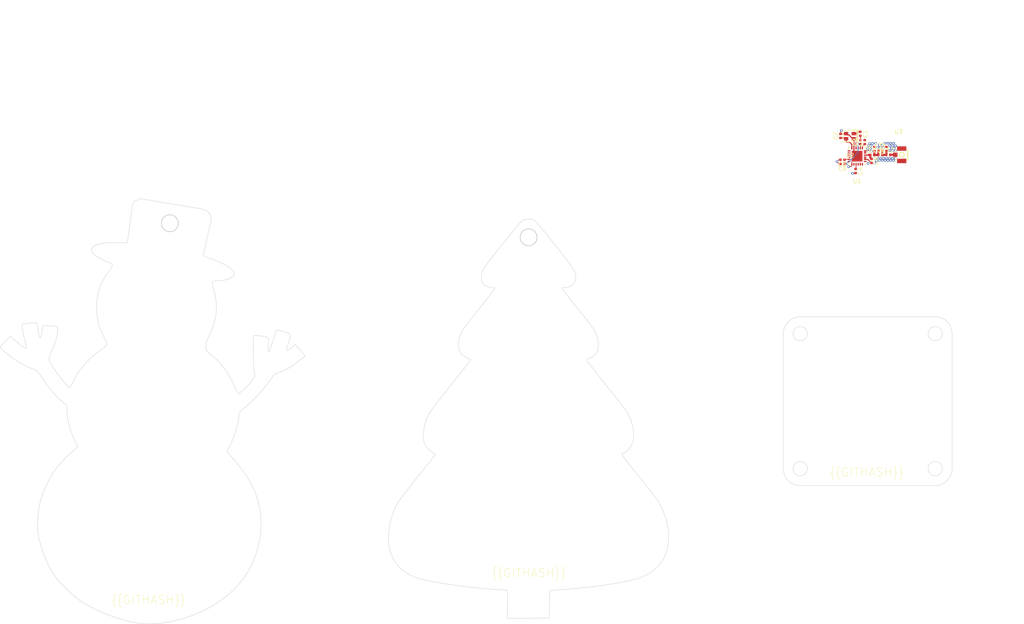
<source format=kicad_pcb>
(kicad_pcb (version 20221018) (generator pcbnew)
  (layers (0 "F.Cu" signal) (31 "B.Cu" signal) (34 "B.Paste" user) (35 "F.Paste" user) (36 "B.SilkS" user "B.Silkscreen") (37 "F.SilkS" user "F.Silkscreen") (38 "B.Mask" user) (39 "F.Mask" user) (44 "Edge.Cuts" user))
  (net 0 "")
  (net 1 "vcc")
  (net 2 "vcc-1")
  (net 3 "nreset")
  (net 4 "xta")
  (net 5 "gnd")
  (net 6 "xtb")
  (net 7 "busy")
  (net 8 "dio1")
  (net 9 "dio2")
  (net 10 "dio3")
  (net 11 "vcc-2")
  (net 12 "dcc_sw")
  (net 13 "miso")
  (net 14 "mosi")
  (net 15 "sck")
  (net 16 "cs")
  (net 17 "io")
  (net 18 "vcc-4")
  (net 19 "gnd-3")
  (net 20 "vcc-5")
  (footprint "lib:C0402" (layer "F.Cu") (at 242.52493 40.844851 -90)
    (fp_text reference "C8")
    (fp_text value "50V 1pF C0G 0402  Multilayer Ceramic Capacitors MLCC - SMD/SMT ROHS")
  )
  (footprint "lib:OSC-SMD_4P-L2.0-W1.6-BL" (layer "F.Cu") (at 237.409059 34.962278 180)
    (fp_text reference "U2")
    (fp_text value "")
  )
  (footprint "lib:C0402" (layer "F.Cu") (at 239.86474 36.358333 90)
    (fp_text reference "C3")
    (fp_text value "10V 470nF X5R ±10% 0402  Multilayer Ceramic Capacitors MLCC - SMD/SMT ROHS")
  )
  (footprint "lib:C0402" (layer "F.Cu") (at 235.163799 34.916233 90)
    (fp_text reference "C2")
    (fp_text value "50V 11pF C0G ±5% 0402  Multilayer Ceramic Capacitors MLCC - SMD/SMT ROHS")
  )
  (footprint "lib:C0402" (layer "F.Cu") (at 238.738084 43.22629 -90)
    (fp_text reference "C4")
    (fp_text value "Multilayer Ceramic Capacitors MLCC - SMD/SMT 100nF 10V 0402 RoHS")
  )
  (footprint "lib:C0402" (layer "F.Cu") (at 246.056578 37.985385 90)
    (fp_text reference "C10")
    (fp_text value "50V 1pF C0G 0402  Multilayer Ceramic Capacitors MLCC - SMD/SMT ROHS")
  )
  (footprint "lib:C0402" (layer "F.Cu") (at 244.630796 38.44757)
    (fp_text reference "C11")
    (fp_text value "50V 1pF C0G 0402  Multilayer Ceramic Capacitors MLCC - SMD/SMT ROHS")
  )
  (footprint "lib:C0402" (layer "F.Cu") (at 243.205661 38.003093 90)
    (fp_text reference "C9")
    (fp_text value "50V 1pF C0G 0402  Multilayer Ceramic Capacitors MLCC - SMD/SMT ROHS")
  )
  (footprint "lib:C0402" (layer "F.Cu") (at 235.629689 40.564252 180)
    (fp_text reference "C5")
    (fp_text value "Multilayer Ceramic Capacitors MLCC - SMD/SMT 100nF 10V 0402 RoHS")
  )
  (footprint "lib:C0402" (layer "F.Cu") (at 239.859212 34.403761 -90)
    (fp_text reference "C1")
    (fp_text value "50V 11pF C0G ±5% 0402  Multilayer Ceramic Capacitors MLCC - SMD/SMT ROHS")
  )
  (footprint "lib:L0402" (layer "F.Cu") (at 242.708984 39.428388)
    (fp_text reference "L1")
    (fp_text value "")
  )
  (footprint "lib:C0402" (layer "F.Cu") (at 235.625247 41.53826 180)
    (fp_text reference "C6")
    (fp_text value "50V 10nF X7R ±10% 0402  Multilayer Ceramic Capacitors MLCC - SMD/SMT ROHS")
  )
  (footprint "lib:IPEX-SMD_BWIPX-1-001E" (layer "F.Cu") (at 248.92 39.37)
    (fp_text reference "U3")
    (fp_text value "")
  )
  (footprint "lib:QFN-24_L4.0-W4.0-P0.50-BL-EP2.6" (layer "F.Cu") (at 239.104736 39.707226 180)
    (fp_text reference "U1")
    (fp_text value "")
  )
  (footprint "lib:C0402" (layer "F.Cu") (at 246.485344 39.402532)
    (fp_text reference "C12")
    (fp_text value "50V 100pF C0G ±5% 0402  Multilayer Ceramic Capacitors MLCC - SMD/SMT ROHS")
  )
  (footprint "lib:L0402" (layer "F.Cu") (at 244.601742 39.417751)
    (fp_text reference "L2")
    (fp_text value "")
  )
  (footprint "lib:C0402" (layer "F.Cu") (at 240.91215 36.363991 90)
    (fp_text reference "C7")
    (fp_text value "50V 10nF X7R ±10% 0402  Multilayer Ceramic Capacitors MLCC - SMD/SMT ROHS")
  )
  (gr_circle (center 225.62 81.79) (end 227.32 81.79) (stroke (width 0.1)) (fill none) (layer "Edge.Cuts"))
  (gr_circle (center 257.62 113.79) (end 259.32 113.79) (stroke (width 0.1)) (fill none) (layer "Edge.Cuts"))
  (gr_circle (center 257.62 81.79) (end 259.32 81.79) (stroke (width 0.1)) (fill none) (layer "Edge.Cuts"))
  (gr_poly (pts (xy 75.142222 50.797022) (xy 79.756606 51.568267) (xy 82.366969 51.99203) (xy 83.019066 52.095762) (xy 83.303876 52.146979) (xy 83.563537 52.198618) (xy 83.799806 52.251323) (xy 84.01444 52.305736) (xy 84.209196 52.362498) (xy 84.385831 52.422252) (xy 84.546102 52.485641) (xy 84.691766 52.553306) (xy 84.824581 52.62589) (xy 84.946303 52.704035) (xy 85.05869 52.788383) (xy 85.163499 52.879577) (xy 85.262486 52.978258) (xy 85.357409 53.08507) (xy 85.479286 53.234958) (xy 85.586233 53.378736) (xy 85.634185 53.44915) (xy 85.678498 53.519015) (xy 85.719202 53.588656) (xy 85.75633 53.658402) (xy 85.789911 53.728576) (xy 85.819976 53.799506) (xy 85.846558 53.871517) (xy 85.869686 53.944936) (xy 85.889392 54.020089) (xy 85.905707 54.097301) (xy 85.918662 54.176899) (xy 85.928287 54.259209) (xy 85.934615 54.344557) (xy 85.937675 54.433269) (xy 85.937499 54.525672) (xy 85.934119 54.62209) (xy 85.927564 54.722851) (xy 85.917866 54.82828) (xy 85.889166 55.054449) (xy 85.848266 55.303204) (xy 85.795414 55.577155) (xy 85.730859 55.878909) (xy 85.654849 56.211077) (xy 84.878546 59.55341) (xy 84.657875 60.550977) (xy 84.450892 61.532488) (xy 84.331406 62.116419) (xy 84.229648 62.629765) (xy 84.15639 63.017063) (xy 84.122409 63.222849) (xy 84.123062 63.236814) (xy 84.127967 63.251873) (xy 84.137065 63.268001) (xy 84.150302 63.285171) (xy 84.167619 63.303357) (xy 84.188962 63.322534) (xy 84.214273 63.342674) (xy 84.243497 63.363751) (xy 84.313454 63.408613) (xy 84.398381 63.456909) (xy 84.497828 63.50843) (xy 84.611342 63.562966) (xy 84.738473 63.620306) (xy 84.878767 63.680241) (xy 85.031775 63.742561) (xy 85.197043 63.807056) (xy 85.374121 63.873515) (xy 85.562558 63.94173) (xy 85.7619 64.011489) (xy 85.971698 64.082583) (xy 86.585981 64.296029) (xy 87.172975 64.516947) (xy 87.730729 64.744054) (xy 88.257293 64.976069) (xy 88.75072 65.211708) (xy 89.209058 65.449689) (xy 89.63036 65.68873) (xy 90.012676 65.927548) (xy 90.354056 66.16486) (xy 90.652552 66.399385) (xy 90.906214 66.629839) (xy 91.113092 66.85494) (xy 91.271238 67.073405) (xy 91.378702 67.283953) (xy 91.412819 67.385857) (xy 91.433535 67.485301) (xy 91.440605 67.582123) (xy 91.433787 67.676165) (xy 91.41712 67.753004) (xy 91.390362 67.829368) (xy 91.35383 67.905131) (xy 91.307839 67.980165) (xy 91.252707 68.054343) (xy 91.188749 68.12754) (xy 91.116281 68.199626) (xy 91.03562 68.270477) (xy 90.947082 68.339964) (xy 90.850984 68.407961) (xy 90.747641 68.47434) (xy 90.637371 68.538975) (xy 90.520488 68.601739) (xy 90.39731 68.662505) (xy 90.268153 68.721145) (xy 90.133332 68.777534) (xy 89.993165 68.831543) (xy 89.847967 68.883047) (xy 89.543745 68.978027) (xy 89.223197 69.06146) (xy 88.888852 69.132329) (xy 88.54324 69.189618) (xy 88.188892 69.232313) (xy 88.009232 69.24787) (xy 87.828337 69.259397) (xy 87.646523 69.266767) (xy 87.464106 69.269854) (xy 87.202959 69.272042) (xy 86.97453 69.277492) (xy 86.777472 69.288473) (xy 86.690288 69.296746) (xy 86.610443 69.307253) (xy 86.537768 69.320276) (xy 86.472096 69.3361) (xy 86.413258 69.355009) (xy 86.361087 69.377285) (xy 86.315414 69.403211) (xy 86.276071 69.433073) (xy 86.24289 69.467154) (xy 86.215703 69.505736) (xy 86.194342 69.549103) (xy 86.178638 69.59754) (xy 86.168424 69.65133) (xy 86.163532 69.710755) (xy 86.163793 69.776101) (xy 86.169039 69.847649) (xy 86.179102 69.925685) (xy 86.193814 70.010491) (xy 86.236514 70.20155) (xy 86.295792 70.423093) (xy 86.370304 70.677389) (xy 86.458705 70.966708) (xy 86.582128 71.384478) (xy 86.694998 71.803093) (xy 86.797211 72.221567) (xy 86.888665 72.638919) (xy 86.969257 73.054166) (xy 87.038885 73.466323) (xy 87.097447 73.874409) (xy 87.144838 74.277439) (xy 87.180958 74.674432) (xy 87.205702 75.064404) (xy 87.21897 75.446371) (xy 87.220657 75.819352) (xy 87.210662 76.182361) (xy 87.188881 76.534418) (xy 87.155212 76.874538) (xy 87.109553 77.201739) (xy 86.986123 77.871628) (xy 86.830027 78.558912) (xy 86.643845 79.255662) (xy 86.430157 79.953949) (xy 86.19154 80.645848) (xy 85.930575 81.323429) (xy 85.649841 81.978766) (xy 85.351916 82.60393) (xy 85.189192 82.938586) (xy 85.118752 83.093315) (xy 85.055229 83.240939) (xy 84.998352 83.382431) (xy 84.947849 83.518761) (xy 84.903447 83.650903) (xy 84.864875 83.779828) (xy 84.831859 83.906506) (xy 84.804129 84.031911) (xy 84.781412 84.157013) (xy 84.763435 84.282785) (xy 84.749927 84.410197) (xy 84.740615 84.540223) (xy 84.735228 84.673833) (xy 84.733493 84.811999) (xy 84.736223 85.129082) (xy 84.741369 85.261496) (xy 84.750575 85.379459) (xy 84.764997 85.485194) (xy 84.774524 85.534172) (xy 84.785789 85.580928) (xy 84.798934 85.625739) (xy 84.814106 85.668884) (xy 84.831447 85.710641) (xy 84.851104 85.751288) (xy 84.873219 85.791103) (xy 84.897937 85.830364) (xy 84.925403 85.869349) (xy 84.955761 85.908337) (xy 84.989155 85.947605) (xy 85.02573 85.987432) (xy 85.109 86.069873) (xy 85.206725 86.157886) (xy 85.320061 86.253696) (xy 85.598185 86.477602) (xy 86.096863 86.886277) (xy 86.577755 87.306529) (xy 87.04138 87.739064) (xy 87.488258 88.184586) (xy 87.918909 88.6438) (xy 88.333852 89.117412) (xy 88.733607 89.606125) (xy 89.118694 90.110646) (xy 89.489632 90.631678) (xy 89.846941 91.169927) (xy 90.19114 91.726098) (xy 90.52275 92.300895) (xy 90.84229 92.895024) (xy 91.150279 93.509189) (xy 91.447237 94.144095) (xy 91.733683 94.800448) (xy 91.84059 95.047283) (xy 91.945802 95.277558) (xy 92.046625 95.486234) (xy 92.140364 95.668271) (xy 92.224324 95.818627) (xy 92.295813 95.932265) (xy 92.326039 95.973739) (xy 92.352136 96.004143) (xy 92.373767 96.022848) (xy 92.382804 96.027616) (xy 92.390597 96.029223) (xy 92.399173 96.028006) (xy 92.410522 96.024397) (xy 92.441219 96.010237) (xy 92.482045 95.987221) (xy 92.53236 95.955824) (xy 92.591521 95.916524) (xy 92.658887 95.869798) (xy 92.815666 95.755976) (xy 92.997564 95.618173) (xy 93.199447 95.460204) (xy 93.416182 95.285885) (xy 93.642634 95.099032) (xy 93.891007 94.882848) (xy 94.141366 94.648628) (xy 94.390948 94.400061) (xy 94.636991 94.140836) (xy 94.87673 93.874641) (xy 95.107403 93.605164) (xy 95.326247 93.336095) (xy 95.530498 93.071122) (xy 95.717394 92.813933) (xy 95.884171 92.568218) (xy 96.028066 92.337665) (xy 96.146316 92.125962) (xy 96.236159 91.936798) (xy 96.294829 91.773863) (xy 96.311612 91.703383) (xy 96.319566 91.640844) (xy 96.318345 91.586706) (xy 96.307605 91.54143) (xy 96.264441 91.378418) (xy 96.221593 91.121805) (xy 96.138989 90.373142) (xy 96.064068 89.386161) (xy 96.001109 88.251583) (xy 95.954389 87.060129) (xy 95.928186 85.902519) (xy 95.926777 84.869474) (xy 95.95444 84.051714) (xy 96.07471 82.177477) (xy 97.36716 82.304781) (xy 98.13507 82.379263) (xy 98.441266 82.413109) (xy 98.700599 82.449744) (xy 98.916803 82.492956) (xy 99.009898 82.518212) (xy 99.09361 82.546534) (xy 99.168406 82.578395) (xy 99.234753 82.614268) (xy 99.293117 82.654627) (xy 99.343964 82.699946) (xy 99.387763 82.750698) (xy 99.424978 82.807357) (xy 99.456076 82.870396) (xy 99.481525 82.94029) (xy 99.501791 83.017511) (xy 99.51734 83.102533) (xy 99.536155 83.297877) (xy 99.541702 83.530109) (xy 99.537716 83.803018) (xy 99.51607 84.486025) (xy 99.501811 85.019341) (xy 99.495778 85.429631) (xy 99.49953 85.727933) (xy 99.505563 85.838537) (xy 99.514626 85.925284) (xy 99.526915 85.989553) (xy 99.542625 86.032723) (xy 99.551823 86.046828) (xy 99.56195 86.056175) (xy 99.573029 86.060938) (xy 99.585085 86.061289) (xy 99.612224 86.049443) (xy 99.643564 86.022019) (xy 99.679299 85.980395) (xy 99.719623 85.925951) (xy 99.770963 85.835961) (xy 99.83738 85.6921) (xy 100.00736 85.267042) (xy 100.213404 84.699332) (xy 100.439353 84.037526) (xy 100.669049 83.330178) (xy 100.886332 82.625845) (xy 101.075044 81.973082) (xy 101.219027 81.420443) (xy 101.232451 81.367288) (xy 101.246658 81.317349) (xy 101.261814 81.270604) (xy 101.278084 81.227032) (xy 101.295634 81.186611) (xy 101.314631 81.149321) (xy 101.33524 81.115138) (xy 101.357628 81.084043) (xy 101.381959 81.056013) (xy 101.4084 81.031027) (xy 101.437117 81.009064) (xy 101.468275 80.990102) (xy 101.502041 80.974119) (xy 101.538581 80.961095) (xy 101.578059 80.951007) (xy 101.620643 80.943835) (xy 101.666497 80.939556) (xy 101.715788 80.938149) (xy 101.768682 80.939594) (xy 101.825345 80.943867) (xy 101.885942 80.950949) (xy 101.950639 80.960817) (xy 102.019603 80.97345) (xy 102.092998 80.988826) (xy 102.170992 81.006924) (xy 102.253749 81.027723) (xy 102.434219 81.077337) (xy 102.635734 81.137495) (xy 102.859622 81.208025) (xy 103.581471 81.438726) (xy 103.868146 81.535185) (xy 104.108644 81.625316) (xy 104.212356 81.669476) (xy 104.305459 81.713816) (xy 104.388264 81.758923) (xy 104.461082 81.805384) (xy 104.524226 81.853787) (xy 104.578006 81.904719) (xy 104.622735 81.958768) (xy 104.658725 82.01652) (xy 104.686285 82.078563) (xy 104.705729 82.145484) (xy 104.717368 82.217871) (xy 104.721513 82.296311) (xy 104.718476 82.381392) (xy 104.708568 82.4737) (xy 104.692102 82.573823) (xy 104.669388 82.682348) (xy 104.606464 82.926954) (xy 104.522289 83.212218) (xy 104.300158 83.92351) (xy 104.076968 84.658354) (xy 103.993442 84.95378) (xy 103.929762 85.203046) (xy 103.886777 85.407528) (xy 103.865337 85.568604) (xy 103.862962 85.633296) (xy 103.866292 85.687652) (xy 103.875434 85.731846) (xy 103.890492 85.766049) (xy 103.911574 85.790433) (xy 103.938786 85.805172) (xy 103.972234 85.810436) (xy 104.012025 85.806398) (xy 104.058263 85.79323) (xy 104.111056 85.771105) (xy 104.236732 85.700671) (xy 104.3899 85.596472) (xy 104.571411 85.459887) (xy 105.02286 85.095065) (xy 105.918216 84.355181) (xy 106.388476 84.86751) (xy 106.496975 84.987739) (xy 106.625318 85.133369) (xy 106.92254 85.478508) (xy 107.242155 85.858286) (xy 107.546176 86.22806) (xy 108.2336 87.076296) (xy 106.72333 88.254687) (xy 106.031007 88.783192) (xy 105.392025 89.245391) (xy 105.089314 89.453516) (xy 104.796071 89.647331) (xy 104.511007 89.827593) (xy 104.232833 89.995056) (xy 103.960259 90.150478) (xy 103.691998 90.294613) (xy 103.426759 90.428217) (xy 103.163254 90.552046) (xy 102.900193 90.666855) (xy 102.636288 90.773401) (xy 102.370249 90.872439) (xy 102.100787 90.964724) (xy 101.955978 91.013649) (xy 101.818902 91.062832) (xy 101.689432 91.112348) (xy 101.567439 91.162273) (xy 101.452795 91.212683) (xy 101.345371 91.263651) (xy 101.245039 91.315254) (xy 101.151671 91.367567) (xy 101.065138 91.420665) (xy 100.985313 91.474624) (xy 100.912065 91.529517) (xy 100.845269 91.585421) (xy 100.784794 91.642412) (xy 100.730512 91.700563) (xy 100.682296 91.759951) (xy 100.640017 91.82065) (xy 100.313962 92.312951) (xy 99.958065 92.82026) (xy 99.575318 93.339289) (xy 99.168711 93.866747) (xy 98.741234 94.399346) (xy 98.295878 94.933795) (xy 97.835635 95.466804) (xy 97.363494 95.995083) (xy 96.882446 96.515343) (xy 96.395482 97.024295) (xy 95.905593 97.518647) (xy 95.415769 97.995111) (xy 94.929002 98.450396) (xy 94.44828 98.881213) (xy 93.976596 99.284272) (xy 93.51694 99.656283) (xy 93.364132 99.777198) (xy 93.228349 99.887118) (xy 93.108601 99.987555) (xy 93.003899 100.080022) (xy 92.913256 100.166032) (xy 92.835682 100.247098) (xy 92.770188 100.324733) (xy 92.741662 100.362737) (xy 92.715786 100.40045) (xy 92.692435 100.438062) (xy 92.671487 100.475762) (xy 92.652817 100.513738) (xy 92.636302 100.552181) (xy 92.621819 100.591279) (xy 92.609244 100.631221) (xy 92.589322 100.714395) (xy 92.575548 100.803215) (xy 92.566934 100.899195) (xy 92.56249 101.003847) (xy 92.561229 101.118685) (xy 92.548214 101.459191) (xy 92.510172 101.840399) (xy 92.448603 102.257479) (xy 92.365007 102.705605) (xy 92.260885 103.179948) (xy 92.137739 103.675679) (xy 91.997068 104.187971) (xy 91.840373 104.711996) (xy 91.669155 105.242926) (xy 91.484915 105.775933) (xy 91.289154 106.306188) (xy 91.083372 106.828864) (xy 90.86907 107.339132) (xy 90.647749 107.832164) (xy 90.420909 108.303133) (xy 90.190051 108.74721) (xy 89.658061 109.729433) (xy 90.799319 111.025652) (xy 91.552256 111.894452) (xy 92.247519 112.726345) (xy 92.887901 113.52649) (xy 93.476195 114.300047) (xy 94.015193 115.052178) (xy 94.507688 115.788042) (xy 94.956473 116.5128) (xy 95.364341 117.231612) (xy 95.734083 117.949638) (xy 96.068493 118.672038) (xy 96.370364 119.403974) (xy 96.642488 120.150605) (xy 96.887657 120.917091) (xy 97.108665 121.708593) (xy 97.308304 122.530271) (xy 97.489367 123.387286) (xy 97.659586 124.435519) (xy 97.764545 125.512723) (xy 97.805707 126.613102) (xy 97.784533 127.73086) (xy 97.702485 128.860202) (xy 97.561026 129.995332) (xy 97.361618 131.130454) (xy 97.105722 132.259774) (xy 96.794801 133.377494) (xy 96.430316 134.47782) (xy 96.01373 135.554956) (xy 95.546505 136.603107) (xy 95.030102 137.616476) (xy 94.465984 138.589268) (xy 93.855613 139.515689) (xy 93.20045 140.389941) (xy 92.386005 141.350273) (xy 91.510226 142.273552) (xy 90.576227 143.158109) (xy 89.587122 144.002278) (xy 88.546024 144.80439) (xy 87.456048 145.562779) (xy 86.320308 146.275777) (xy 85.141916 146.941716) (xy 83.923988 147.558929) (xy 82.669636 148.125749) (xy 81.381976 148.640508) (xy 80.06412 149.101539) (xy 78.719182 149.507174) (xy 77.350277 149.855747) (xy 75.960518 150.145589) (xy 74.553019 150.375033) (xy 73.862872 150.459306) (xy 73.131633 150.525975) (xy 72.383923 150.574372) (xy 71.644361 150.603827) (xy 70.93757 150.613671) (xy 70.288169 150.603235) (xy 69.720779 150.57185) (xy 69.475532 150.548093) (xy 69.26002 150.518847) (xy 69.260051 150.518832) (xy 67.831835 150.262486) (xy 66.416949 149.953785) (xy 65.016193 149.592984) (xy 63.630368 149.180338) (xy 62.260274 148.716103) (xy 60.90671 148.200532) (xy 59.570477 147.633881) (xy 58.252375 147.016405) (xy 57.283074 146.528505) (xy 56.847829 146.298277) (xy 56.438641 146.072324) (xy 56.050351 145.846994) (xy 55.6778 145.618633) (xy 55.315827 145.383588) (xy 54.959273 145.138205) (xy 54.602979 144.87883) (xy 54.241783 144.601811) (xy 53.870528 144.303492) (xy 53.484054 143.980222) (xy 52.644807 143.244211) (xy 51.682765 142.36455) (xy 51.097036 141.804159) (xy 50.54538 141.238954) (xy 50.025658 140.665073) (xy 49.535731 140.078649) (xy 49.07346 139.475819) (xy 48.636705 138.852719) (xy 48.223328 138.205483) (xy 47.831189 137.530249) (xy 47.458149 136.823151) (xy 47.10207 136.080325) (xy 46.760812 135.297907) (xy 46.432236 134.472032) (xy 46.114202 133.598836) (xy 45.804573 132.674455) (xy 45.501208 131.695024) (xy 45.201968 130.656679) (xy 45.078569 130.147371) (xy 44.978794 129.594224) (xy 44.90231 129.00242) (xy 44.848785 128.377144) (xy 44.817886 127.723579) (xy 44.809281 127.046907) (xy 44.822637 126.352311) (xy 44.857621 125.644974) (xy 44.913901 124.93008) (xy 44.991145 124.212811) (xy 45.089019 123.498351) (xy 45.207191 122.791883) (xy 45.345328 122.098589) (xy 45.503099 121.423652) (xy 45.68017 120.772256) (xy 45.876208 120.149584) (xy 46.005143 119.787909) (xy 46.154924 119.401263) (xy 46.508073 118.570286) (xy 46.917749 117.69111) (xy 47.366047 116.79819) (xy 47.83506 115.92598) (xy 48.306883 115.108937) (xy 48.76361 114.381515) (xy 48.980717 114.062179) (xy 49.187335 113.77817) (xy 49.387433 113.519297) (xy 49.599256 113.255538) (xy 50.056372 112.715109) (xy 50.555279 112.160374) (xy 51.092575 111.594824) (xy 51.664855 111.021952) (xy 52.268718 110.445248) (xy 52.900758 109.868205) (xy 53.557574 109.294314) (xy 54.329783 108.634142) (xy 53.616031 107.110232) (xy 53.390001 106.6154) (xy 53.179365 106.128819) (xy 52.984012 105.650049) (xy 52.803829 105.178652) (xy 52.638704 104.71419) (xy 52.488525 104.256224) (xy 52.353181 103.804315) (xy 52.232559 103.358025) (xy 52.126547 102.916915) (xy 52.035034 102.480548) (xy 51.957906 102.048484) (xy 51.895053 101.620284) (xy 51.846363 101.195511) (xy 51.811722 100.773726) (xy 51.79102 100.35449) (xy 51.784144 99.937365) (xy 51.780657 99.620612) (xy 51.776007 99.482669) (xy 51.769161 99.357285) (xy 51.759927 99.243666) (xy 51.748111 99.141014) (xy 51.733519 99.048534) (xy 51.715958 98.96543) (xy 51.695233 98.890904) (xy 51.671153 98.824161) (xy 51.643523 98.764406) (xy 51.612149 98.71084) (xy 51.576839 98.662669) (xy 51.537399 98.619096) (xy 51.493635 98.579325) (xy 51.445353 98.542559) (xy 51.149902 98.324092) (xy 50.839064 98.073347) (xy 50.514896 97.792628) (xy 50.179453 97.484238) (xy 49.834791 97.150482) (xy 49.482966 96.793665) (xy 49.126033 96.41609) (xy 48.766047 96.020062) (xy 48.405065 95.607885) (xy 48.045142 95.181864) (xy 47.688333 94.744302) (xy 47.336694 94.297504) (xy 46.992281 93.843774) (xy 46.657149 93.385417) (xy 46.333354 92.924737) (xy 46.022952 92.464037) (xy 45.611719 91.844971) (xy 45.279782 91.362091) (xy 45.137757 91.165551) (xy 45.008606 90.995655) (xy 44.89001 90.849933) (xy 44.779654 90.725918) (xy 44.675221 90.621143) (xy 44.574392 90.533138) (xy 44.474852 90.459437) (xy 44.374284 90.397571) (xy 44.27037 90.345073) (xy 44.160793 90.299474) (xy 44.043237 90.258307) (xy 43.915385 90.219103) (xy 43.593888 90.117525) (xy 43.255864 89.996009) (xy 42.903268 89.855657) (xy 42.538058 89.697573) (xy 42.162189 89.522858) (xy 41.777618 89.332616) (xy 41.386301 89.127951) (xy 40.990194 88.909964) (xy 40.591254 88.679759) (xy 40.191438 88.438438) (xy 39.792701 88.187105) (xy 39.396999 87.926862) (xy 39.00629 87.658812) (xy 38.622529 87.384058) (xy 38.247673 87.103703) (xy 37.883677 86.81885) (xy 37.49456 86.502783) (xy 37.131548 86.199554) (xy 36.802586 85.916398) (xy 36.515619 85.660548) (xy 36.278593 85.439239) (xy 36.099452 85.259705) (xy 36.034071 85.187865) (xy 35.986141 85.129182) (xy 35.956654 85.08456) (xy 35.946605 85.054903) (xy 35.948192 85.042433) (xy 35.952903 85.026953) (xy 35.971384 84.987332) (xy 36.001425 84.936776) (xy 36.042403 84.876021) (xy 36.093695 84.805804) (xy 36.154681 84.726859) (xy 36.224736 84.639924) (xy 36.303239 84.545735) (xy 36.389567 84.445026) (xy 36.483097 84.338536) (xy 36.689276 84.11115) (xy 36.916796 83.869466) (xy 37.037003 83.745102) (xy 37.160678 83.619372) (xy 38.374759 82.395922) (xy 39.365809 83.301684) (xy 39.814301 83.698656) (xy 40.266196 84.075272) (xy 40.704205 84.419302) (xy 41.111041 84.718514) (xy 41.469414 84.960676) (xy 41.625024 85.056541) (xy 41.762035 85.133557) (xy 41.878286 85.190195) (xy 41.971615 85.224926) (xy 42.039863 85.236222) (xy 42.063905 85.232603) (xy 42.080867 85.222552) (xy 42.085566 85.215268) (xy 42.089233 85.203934) (xy 42.093537 85.169549) (xy 42.093921 85.120268) (xy 42.090523 85.056964) (xy 42.083485 84.98051) (xy 42.072948 84.891778) (xy 42.059051 84.79164) (xy 42.041937 84.68097) (xy 41.998614 84.43152) (xy 41.944105 84.150408) (xy 41.879534 83.844615) (xy 41.806025 83.52112) (xy 41.578977 82.541169) (xy 41.399614 81.732306) (xy 41.265507 81.079136) (xy 41.174225 80.56626) (xy 41.123338 80.17828) (xy 41.112283 80.026315) (xy 41.110416 79.899799) (xy 41.117432 79.796809) (xy 41.133029 79.71542) (xy 41.156901 79.653706) (xy 41.188746 79.609743) (xy 41.213078 79.592846) (xy 41.252556 79.575085) (xy 41.372962 79.537437) (xy 41.541984 79.497733) (xy 41.751641 79.456905) (xy 42.26094 79.37561) (xy 42.837013 79.301016) (xy 43.416018 79.240586) (xy 43.934111 79.201782) (xy 44.150364 79.192822) (xy 44.327447 79.192067) (xy 44.45738 79.20045) (xy 44.532183 79.218905) (xy 44.538527 79.223215) (xy 44.545097 79.229471) (xy 44.551878 79.23762) (xy 44.558855 79.247608) (xy 44.573336 79.272888) (xy 44.588416 79.304879) (xy 44.603974 79.343154) (xy 44.619887 79.387282) (xy 44.636031 79.436835) (xy 44.652284 79.491383) (xy 44.668525 79.550496) (xy 44.684629 79.613746) (xy 44.700475 79.680703) (xy 44.715939 79.750937) (xy 44.7309 79.82402) (xy 44.745234 79.899521) (xy 44.75882 79.977012) (xy 44.771533 80.056063) (xy 44.946351 81.130774) (xy 45.025944 81.564983) (xy 45.101061 81.931234) (xy 45.172253 82.230134) (xy 45.24007 82.462288) (xy 45.305063 82.628302) (xy 45.336673 82.686696) (xy 45.367783 82.728781) (xy 45.398463 82.754634) (xy 45.428781 82.764331) (xy 45.458807 82.757947) (xy 45.488608 82.735557) (xy 45.518254 82.697238) (xy 45.547814 82.643066) (xy 45.606951 82.487462) (xy 45.666568 82.269351) (xy 45.727218 81.98934) (xy 45.78945 81.648032) (xy 45.853816 81.246035) (xy 46.055377 79.918581) (xy 47.417926 79.96628) (xy 48.109143 79.993687) (xy 48.392021 80.009194) (xy 48.636741 80.027435) (xy 48.846051 80.049559) (xy 49.022696 80.076715) (xy 49.169424 80.110051) (xy 49.288982 80.150717) (xy 49.339431 80.174158) (xy 49.384117 80.199861) (xy 49.423385 80.227972) (xy 49.457577 80.258632) (xy 49.487036 80.291987) (xy 49.512107 80.32818) (xy 49.533132 80.367353) (xy 49.550455 80.409652) (xy 49.575367 80.504197) (xy 49.589592 80.612965) (xy 49.595876 80.737105) (xy 49.596965 80.877764) (xy 49.590289 81.099803) (xy 49.571905 81.336737) (xy 49.542029 81.587807) (xy 49.500879 81.852253) (xy 49.448672 82.129318) (xy 49.385623 82.418243) (xy 49.311951 82.718269) (xy 49.227873 83.028637) (xy 49.133604 83.34859) (xy 49.029362 83.677367) (xy 48.915364 84.014212) (xy 48.791827 84.358364) (xy 48.658967 84.709065) (xy 48.517002 85.065558) (xy 48.366148 85.427082) (xy 48.206622 85.792879) (xy 47.949769 86.374791) (xy 47.755997 86.832451) (xy 47.68104 87.021721) (xy 47.619784 87.188367) (xy 47.571537 87.335205) (xy 47.535609 87.465048) (xy 47.511311 87.580709) (xy 47.497952 87.685002) (xy 47.494842 87.78074) (xy 47.501291 87.870737) (xy 47.516609 87.957807) (xy 47.540106 88.044763) (xy 47.571091 88.134418) (xy 47.608874 88.229586) (xy 47.761079 88.551834) (xy 47.975096 88.939463) (xy 48.241913 89.380584) (xy 48.55252 89.863307) (xy 49.269066 90.905997) (xy 50.052651 91.972411) (xy 50.831193 92.967426) (xy 51.196047 93.408433) (xy 51.532609 93.795921) (xy 51.831869 94.117998) (xy 52.084818 94.362774) (xy 52.282443 94.518359) (xy 52.357694 94.558989) (xy 52.415736 94.572863) (xy 52.426811 94.571375) (xy 52.439084 94.56696) (xy 52.452509 94.559691) (xy 52.467041 94.549641) (xy 52.482633 94.536883) (xy 52.499239 94.521489) (xy 52.516813 94.503532) (xy 52.535309 94.483086) (xy 52.574881 94.435018) (xy 52.617586 94.377866) (xy 52.663055 94.312214) (xy 52.710918 94.238646) (xy 52.760808 94.157745) (xy 52.812354 94.070093) (xy 52.865187 93.976276) (xy 52.918939 93.876875) (xy 52.97324 93.772474) (xy 53.02772 93.663657) (xy 53.082012 93.551007) (xy 53.135745 93.435107) (xy 53.405424 92.869327) (xy 53.69623 92.311615) (xy 54.007442 91.76282) (xy 54.338342 91.223792) (xy 54.688208 90.695381) (xy 55.05632 90.178436) (xy 55.441958 89.673808) (xy 55.844402 89.182347) (xy 56.262932 88.704901) (xy 56.696828 88.242322) (xy 57.145369 87.795459) (xy 57.607836 87.365163) (xy 58.083508 86.952281) (xy 58.571665 86.557666) (xy 59.071586 86.182166) (xy 59.582553 85.826632) (xy 59.914962 85.598282) (xy 60.214172 85.3804) (xy 60.477869 85.17504) (xy 60.595674 85.077698) (xy 60.703732 84.984257) (xy 60.801753 84.894974) (xy 60.889447 84.810106) (xy 60.966524 84.72991) (xy 61.032694 84.654642) (xy 61.087669 84.584559) (xy 61.131158 84.519919) (xy 61.162872 84.460977) (xy 61.182521 84.407992) (xy 61.189444 84.378526) (xy 61.194656 84.347449) (xy 61.198136 84.314702) (xy 61.199864 84.280227) (xy 61.197977 84.205863) (xy 61.188829 84.123892) (xy 61.172254 84.033852) (xy 61.148084 83.935279) (xy 61.116154 83.82771) (xy 61.076297 83.71068) (xy 61.028345 83.583727) (xy 60.972134 83.446388) (xy 60.907495 83.298197) (xy 60.834263 83.138693) (xy 60.75227 82.967412) (xy 60.661351 82.783889) (xy 60.561339 82.587662) (xy 60.452067 82.378268) (xy 60.237971 81.961359) (xy 60.041673 81.555601) (xy 59.862568 81.158484) (xy 59.700049 80.767498) (xy 59.553508 80.380135) (xy 59.422339 79.993885) (xy 59.305935 79.60624) (xy 59.203689 79.21469) (xy 59.114995 78.816725) (xy 59.039245 78.409838) (xy 58.975833 77.991518) (xy 58.924151 77.559256) (xy 58.883594 77.110544) (xy 58.853553 76.642872) (xy 58.833423 76.153731) (xy 58.822596 75.640612) (xy 58.82378 75.019765) (xy 58.843433 74.425285) (xy 58.882591 73.854032) (xy 58.942291 73.302869) (xy 59.023569 72.768658) (xy 59.127459 72.248262) (xy 59.255 71.738542) (xy 59.407225 71.236361) (xy 59.585172 70.73858) (xy 59.789877 70.242062) (xy 60.022374 69.743669) (xy 60.283701 69.240263) (xy 60.574893 68.728705) (xy 60.896986 68.205859) (xy 61.251015 67.668586) (xy 61.638018 67.113749) (xy 61.84244 66.825076) (xy 62.020375 66.566593) (xy 62.17201 66.336298) (xy 62.29753 66.132187) (xy 62.397121 65.95226) (xy 62.470968 65.794512) (xy 62.498296 65.72333) (xy 62.519258 65.656942) (xy 62.533877 65.595098) (xy 62.542176 65.537547) (xy 62.544179 65.484039) (xy 62.539908 65.434323) (xy 62.529387 65.388151) (xy 62.512639 65.34527) (xy 62.489688 65.305431) (xy 62.460556 65.268384) (xy 62.425267 65.233878) (xy 62.383844 65.201662) (xy 62.33631 65.171487) (xy 62.282689 65.143103) (xy 62.157276 65.090703) (xy 62.007792 65.042459) (xy 61.834422 64.996371) (xy 61.657986 64.943069) (xy 61.445562 64.862593) (xy 61.203024 64.758325) (xy 60.93625 64.633653) (xy 60.353499 64.336631) (xy 59.744319 63.998608) (xy 59.155721 63.646664) (xy 58.634716 63.307879) (xy 58.414252 63.151884) (xy 58.228316 63.009334) (xy 58.082783 62.883614) (xy 57.983531 62.778109) (xy 57.869943 62.622242) (xy 57.777351 62.470362) (xy 57.705558 62.322559) (xy 57.654369 62.178917) (xy 57.623588 62.039526) (xy 57.613018 61.904471) (xy 57.622463 61.773839) (xy 57.651728 61.647718) (xy 57.700616 61.526195) (xy 57.768931 61.409356) (xy 57.856477 61.297289) (xy 57.963058 61.190081) (xy 58.088479 61.087819) (xy 58.232542 60.99059) (xy 58.395052 60.89848) (xy 58.575812 60.811578) (xy 58.774627 60.72997) (xy 58.991301 60.653743) (xy 59.225638 60.582984) (xy 59.477441 60.51778) (xy 59.746514 60.458218) (xy 60.032661 60.404385) (xy 60.335687 60.356369) (xy 60.655395 60.314256) (xy 60.991589 60.278134) (xy 61.344073 60.248089) (xy 61.712651 60.224208) (xy 62.097127 60.20658) (xy 62.497305 60.195289) (xy 62.912988 60.190424) (xy 63.343981 60.192072) (xy 63.790088 60.20032) (xy 66.056857 60.258219) (xy 66.273486 58.80189) (xy 66.542465 56.891029) (xy 66.884944 54.341891) (xy 67.190183 52.053843) (xy 67.248082 51.679802) (xy 67.303557 51.37005) (xy 67.359078 51.117137) (xy 67.417116 50.913616) (xy 67.48014 50.752035) (xy 67.55062 50.624945) (xy 67.631027 50.524898) (xy 67.72383 50.444442) (xy 67.831501 50.37613) (xy 67.956508 50.312512) (xy 68.268412 50.169558) (xy 69.100734 49.778315)) (stroke (width 0.1)) (fill none) (layer "Edge.Cuts"))
  (gr_arc (start 261.62 113.79) (mid 260.448427 116.618427) (end 257.62 117.79) (stroke (width 0.1)) (layer "Edge.Cuts"))
  (gr_arc (start 225.62 117.79) (mid 222.791573 116.618427) (end 221.62 113.79) (stroke (width 0.1)) (layer "Edge.Cuts"))
  (gr_line (start 261.62 113.79) (end 261.62 81.79) (stroke (width 0.1)) (layer "Edge.Cuts"))
  (gr_circle (center 161.229974 58.946031) (end 163.229974 58.946031) (stroke (width 0.2)) (fill none) (layer "Edge.Cuts"))
  (gr_line (start 221.62 81.79) (end 221.62 113.79) (stroke (width 0.1)) (layer "Edge.Cuts"))
  (gr_arc (start 257.62 77.79) (mid 260.448427 78.961573) (end 261.62 81.79) (stroke (width 0.1)) (layer "Edge.Cuts"))
  (gr_poly (pts (xy 161.429183 54.643361) (xy 161.588699 54.648976) (xy 161.743405 54.660128) (xy 161.8913 54.67685) (xy 162.030385 54.699174) (xy 162.158659 54.727132) (xy 162.274122 54.760758) (xy 162.374774 54.800082) (xy 162.418214 54.822065) (xy 162.465501 54.850416) (xy 162.517128 54.885713) (xy 162.573587 54.928531) (xy 162.702967 55.039035) (xy 162.857578 55.186538) (xy 163.041357 55.37565) (xy 163.258241 55.610981) (xy 163.512165 55.897139) (xy 163.807067 56.238735) (xy 164.146884 56.640378) (xy 164.53555 57.106678) (xy 164.977005 57.642244) (xy 165.475183 58.251687) (xy 166.657456 59.710639) (xy 168.113864 61.520411) (xy 169.490282 63.25197) (xy 170.562092 64.650979) (xy 170.993296 65.243203) (xy 171.359779 65.7732) (xy 171.665351 66.247941) (xy 171.913823 66.674396) (xy 172.109006 67.059535) (xy 172.254708 67.41033) (xy 172.354741 67.733749) (xy 172.412915 68.036764) (xy 172.433041 68.326344) (xy 172.418927 68.609461) (xy 172.374385 68.893084) (xy 172.303226 69.184183) (xy 172.274597 69.278158) (xy 172.242 69.369887) (xy 172.205507 69.459324) (xy 172.165188 69.546423) (xy 172.121114 69.631137) (xy 172.073357 69.713419) (xy 172.021987 69.793223) (xy 171.967076 69.870502) (xy 171.908694 69.945208) (xy 171.846914 70.017296) (xy 171.781806 70.08672) (xy 171.71344 70.153431) (xy 171.641889 70.217383) (xy 171.567223 70.278531) (xy 171.489513 70.336826) (xy 171.408831 70.392223) (xy 171.325247 70.444674) (xy 171.238833 70.494134) (xy 171.14966 70.540554) (xy 171.057799 70.58389) (xy 170.96332 70.624093) (xy 170.866295 70.661118) (xy 170.766796 70.694917) (xy 170.664893 70.725444) (xy 170.560657 70.752652) (xy 170.45416 70.776495) (xy 170.345472 70.796926) (xy 170.234664 70.813898) (xy 170.121809 70.827364) (xy 170.006976 70.837278) (xy 169.890237 70.843593) (xy 169.771663 70.846262) (xy 169.726607 70.847177) (xy 169.681188 70.849133) (xy 169.590479 70.855957) (xy 169.501974 70.8663) (xy 169.418107 70.879728) (xy 169.378675 70.887463) (xy 169.341315 70.895806) (xy 169.306334 70.904703) (xy 169.274034 70.9141) (xy 169.244721 70.923942) (xy 169.218699 70.934176) (xy 169.196272 70.944746) (xy 169.177745 70.955599) (xy 169.171643 70.965792) (xy 169.172154 70.983757) (xy 169.17922 71.009417) (xy 169.192785 71.042693) (xy 169.239181 71.131786) (xy 169.310885 71.250417) (xy 169.407439 71.397965) (xy 169.528385 71.573811) (xy 169.673265 71.777334) (xy 169.841623 72.007915) (xy 170.246938 72.547768) (xy 170.740668 73.18841) (xy 171.319154 73.924882) (xy 171.978732 74.752222) (xy 174.641332 78.093405) (xy 175.537111 79.246786) (xy 176.200008 80.134787) (xy 176.673118 80.816979) (xy 176.99954 81.352933) (xy 177.222371 81.802218) (xy 177.384708 82.224406) (xy 177.462833 82.472098) (xy 177.531331 82.72855) (xy 177.59016 82.991701) (xy 177.639284 83.259489) (xy 177.678662 83.529854) (xy 177.708257 83.800735) (xy 177.728028 84.070071) (xy 177.737937 84.335802) (xy 177.737946 84.595867) (xy 177.728014 84.848205) (xy 177.708104 85.090755) (xy 177.678176 85.321456) (xy 177.638191 85.538248) (xy 177.588111 85.739069) (xy 177.527896 85.92186) (xy 177.457507 86.084559) (xy 177.391656 86.207668) (xy 177.318059 86.327563) (xy 177.236853 86.444134) (xy 177.148173 86.557272) (xy 177.052156 86.666869) (xy 176.948938 86.772814) (xy 176.838657 86.874999) (xy 176.721448 86.973315) (xy 176.597448 87.067652) (xy 176.466794 87.157903) (xy 176.32962 87.243956) (xy 176.186065 87.325705) (xy 176.036265 87.403039) (xy 175.880355 87.475849) (xy 175.718473 87.544027) (xy 175.550754 87.607462) (xy 175.482045 87.632835) (xy 175.415483 87.658969) (xy 175.351405 87.685667) (xy 175.290146 87.712731) (xy 175.23204 87.739963) (xy 175.177423 87.767164) (xy 175.126631 87.794136) (xy 175.079997 87.820681) (xy 175.037859 87.846601) (xy 175.00055 87.871698) (xy 174.968407 87.895773) (xy 174.941764 87.918629) (xy 174.920956 87.940066) (xy 174.90632 87.959888) (xy 174.898189 87.977896) (xy 174.896668 87.986157) (xy 174.8969 87.993891) (xy 174.922027 88.037315) (xy 174.991394 88.135797) (xy 175.25375 88.486297) (xy 176.209258 89.720013) (xy 177.617844 91.508896) (xy 179.333926 93.666804) (xy 181.092323 95.879526) (xy 182.616098 97.817656) (xy 183.742073 99.272256) (xy 184.307071 100.034388) (xy 184.515284 100.360502) (xy 184.7117 100.694247) (xy 184.896111 101.034954) (xy 185.068309 101.381957) (xy 185.228084 101.734588) (xy 185.375229 102.092181) (xy 185.509535 102.454068) (xy 185.630794 102.819582) (xy 185.738797 103.188056) (xy 185.833335 103.558822) (xy 185.914201 103.931214) (xy 185.981186 104.304563) (xy 186.034081 104.678204) (xy 186.072678 105.051468) (xy 186.096768 105.423689) (xy 186.106143 105.794199) (xy 186.105091 106.172735) (xy 186.095928 106.491761) (xy 186.087599 106.633067) (xy 186.076394 106.764426) (xy 186.062032 106.887483) (xy 186.044229 107.003882) (xy 186.022703 107.115265) (xy 185.997171 107.223277) (xy 185.967351 107.329562) (xy 185.932961 107.435763) (xy 185.893716 107.543524) (xy 185.849336 107.654488) (xy 185.744037 107.892603) (xy 185.654537 108.079442) (xy 185.563285 108.257402) (xy 185.469989 108.426825) (xy 185.374358 108.588053) (xy 185.276102 108.741425) (xy 185.174928 108.887283) (xy 185.070547 109.025968) (xy 184.962667 109.15782) (xy 184.850997 109.283181) (xy 184.735246 109.402392) (xy 184.615122 109.515794) (xy 184.490336 109.623727) (xy 184.360596 109.726532) (xy 184.22561 109.824551) (xy 184.085088 109.918125) (xy 183.938739 110.007593) (xy 183.810996 110.084401) (xy 183.691836 110.159793) (xy 183.583867 110.231854) (xy 183.489696 110.298666) (xy 183.41193 110.358313) (xy 183.380014 110.384851) (xy 183.353176 110.408878) (xy 183.331744 110.430155) (xy 183.316042 110.448443) (xy 183.306397 110.463502) (xy 183.303947 110.469746) (xy 183.303134 110.475092) (xy 183.318272 110.503511) (xy 183.362609 110.567965) (xy 183.532916 110.797359) (xy 183.802115 111.148045) (xy 184.158269 111.604794) (xy 185.08369 112.775559) (xy 186.213672 114.187815) (xy 189.362188 118.120691) (xy 190.402126 119.447898) (xy 191.169656 120.462983) (xy 191.727633 121.251467) (xy 192.13891 121.898876) (xy 192.466342 122.490732) (xy 192.772785 123.112559) (xy 193.051147 123.726705) (xy 193.303988 124.346147) (xy 193.531154 124.969731) (xy 193.732492 125.596305) (xy 193.907848 126.224716) (xy 194.05707 126.853811) (xy 194.180003 127.482437) (xy 194.276494 128.109442) (xy 194.346391 128.733673) (xy 194.389538 129.353977) (xy 194.405784 129.969202) (xy 194.394974 130.578194) (xy 194.356955 131.1798) (xy 194.291575 131.772869) (xy 194.198678 132.356247) (xy 194.078113 132.928782) (xy 193.929544 133.476781) (xy 193.74781 134.009233) (xy 193.533455 134.525547) (xy 193.287022 135.025131) (xy 193.009057 135.507395) (xy 192.700103 135.971748) (xy 192.360704 136.4176) (xy 191.991405 136.844359) (xy 191.592749 137.251434) (xy 191.165282 137.638235) (xy 190.709547 138.004171) (xy 190.226087 138.348651) (xy 189.715449 138.671084) (xy 189.178175 138.970879) (xy 188.61481 139.247446) (xy 188.025897 139.500193) (xy 187.387382 139.730873) (xy 186.62691 139.962173) (xy 185.752713 140.192844) (xy 184.773022 140.421641) (xy 182.530085 140.868622) (xy 179.96395 141.293139) (xy 177.140466 141.685214) (xy 174.125485 142.034872) (xy 170.984858 142.332135) (xy 167.784435 142.567026) (xy 166.231372 142.664027) (xy 166.19247 145.936793) (xy 166.153667 149.209559) (xy 161.14812 149.247553) (xy 156.142551 149.285548) (xy 156.211231 145.955256) (xy 156.23825 144.264273) (xy 156.238691 143.682086) (xy 156.22939 143.24944) (xy 156.209575 142.946836) (xy 156.195482 142.838207) (xy 156.178471 142.754778) (xy 156.158445 142.69411) (xy 156.135307 142.653767) (xy 156.108961 142.631312) (xy 156.079311 142.624308) (xy 155.214992 142.57575) (xy 153.588337 142.458798) (xy 151.746032 142.31468) (xy 150.23476 142.184626) (xy 147.951424 141.950142) (xy 145.645248 141.676286) (xy 143.382545 141.373503) (xy 141.229626 141.052239) (xy 139.252805 140.722941) (xy 137.518395 140.396054) (xy 136.092708 140.082025) (xy 135.042056 139.7913) (xy 134.381421 139.556594) (xy 133.752014 139.295735) (xy 133.153989 139.00888) (xy 132.587501 138.696185) (xy 132.052705 138.357807) (xy 131.549756 137.993902) (xy 131.078809 137.604627) (xy 130.64002 137.190138) (xy 130.233542 136.750592) (xy 129.859531 136.286146) (xy 129.518141 135.796955) (xy 129.209529 135.283176) (xy 128.933847 134.744967) (xy 128.691252 134.182482) (xy 128.481899 133.59588) (xy 128.305942 132.985316) (xy 128.169056 132.349397) (xy 128.072975 131.677754) (xy 128.016707 130.975694) (xy 127.999256 130.248525) (xy 128.019631 129.501555) (xy 128.076838 128.740093) (xy 128.169883 127.969445) (xy 128.297773 127.19492) (xy 128.459515 126.421826) (xy 128.654115 125.65547) (xy 128.880581 124.901161) (xy 129.137918 124.164206) (xy 129.425134 123.449914) (xy 129.741235 122.763591) (xy 130.085228 122.110547) (xy 130.456119 121.496088) (xy 130.678839 121.176405) (xy 131.044408 120.681658) (xy 131.533542 120.036727) (xy 132.126955 119.266491) (xy 133.549488 117.449628) (xy 135.157733 115.430109) (xy 139.156955 110.449519) (xy 138.361812 109.926661) (xy 138.191303 109.808793) (xy 138.024907 109.682349) (xy 137.863136 109.547997) (xy 137.706502 109.406407) (xy 137.555518 109.258246) (xy 137.410696 109.104183) (xy 137.27255 108.944887) (xy 137.141591 108.781027) (xy 137.018333 108.613271) (xy 136.903287 108.442289) (xy 136.796967 108.268748) (xy 136.699885 108.093317) (xy 136.612554 107.916666) (xy 136.535485 107.739462) (xy 136.469192 107.562375) (xy 136.414188 107.386072) (xy 136.393025 107.303561) (xy 136.373683 107.213821) (xy 136.356172 107.117074) (xy 136.340506 107.013541) (xy 136.326696 106.903442) (xy 136.314755 106.786999) (xy 136.296527 106.535963) (xy 136.28592 106.262201) (xy 136.28303 105.96748) (xy 136.287955 105.653567) (xy 136.300792 105.32223) (xy 136.322244 104.998512) (xy 136.354436 104.675622) (xy 136.397314 104.353731) (xy 136.450821 104.033012) (xy 136.514903 103.713637) (xy 136.589505 103.395777) (xy 136.67457 103.079605) (xy 136.770045 102.765293) (xy 136.875873 102.453014) (xy 136.991999 102.142939) (xy 137.118369 101.83524) (xy 137.254926 101.53009) (xy 137.401615 101.227661) (xy 137.558383 100.928125) (xy 137.725172 100.631653) (xy 137.901927 100.338419) (xy 138.126212 100.011097) (xy 138.51292 99.483877) (xy 139.040899 98.784161) (xy 139.688993 97.939352) (xy 141.260913 95.92407) (xy 143.059451 93.657252) (xy 146.236175 89.672407) (xy 147.202546 88.449633) (xy 147.557468 87.987986) (xy 147.556054 87.984938) (xy 147.551858 87.980582) (xy 147.535398 87.968089) (xy 147.508643 87.9508) (xy 147.472146 87.929003) (xy 147.372145 87.873051) (xy 147.239832 87.802557) (xy 147.079641 87.719846) (xy 146.896006 87.62724) (xy 146.693363 87.527063) (xy 146.476146 87.421641) (xy 146.164445 87.267635) (xy 146.029652 87.197126) (xy 145.907363 87.129704) (xy 145.796428 87.064435) (xy 145.695696 87.000386) (xy 145.604016 86.936623) (xy 145.520238 86.872216) (xy 145.443212 86.806229) (xy 145.371787 86.737731) (xy 145.304812 86.665788) (xy 145.241137 86.589467) (xy 145.179611 86.507836) (xy 145.119084 86.419962) (xy 145.058406 86.324911) (xy 144.996425 86.221751) (xy 144.936178 86.116882) (xy 144.882127 86.017884) (xy 144.833953 85.923336) (xy 144.791331 85.831816) (xy 144.753942 85.741904) (xy 144.721463 85.652177) (xy 144.693573 85.561215) (xy 144.669949 85.467596) (xy 144.65027 85.3699) (xy 144.634215 85.266704) (xy 144.621462 85.156587) (xy 144.611688 85.038128) (xy 144.604572 84.909906) (xy 144.599793 84.7705) (xy 144.597029 84.618488) (xy 144.595958 84.452448) (xy 144.599628 84.195279) (xy 144.611925 83.944089) (xy 144.633095 83.698112) (xy 144.663381 83.456583) (xy 144.703029 83.218738) (xy 144.752282 82.983811) (xy 144.811387 82.751037) (xy 144.880586 82.519652) (xy 144.960125 82.28889) (xy 145.050249 82.057986) (xy 145.151202 81.826176) (xy 145.26323 81.592694) (xy 145.386575 81.356776) (xy 145.521483 81.117655) (xy 145.6682 80.874568) (xy 145.826969 80.626749) (xy 146.032392 80.333611) (xy 146.358724 79.892071) (xy 147.30702 78.650511) (xy 148.537667 77.075522) (xy 149.916477 75.340556) (xy 151.237226 73.678901) (xy 152.309769 72.303534) (xy 153.024068 71.357417) (xy 153.212489 71.090004) (xy 153.258499 71.015527) (xy 153.270084 70.983515) (xy 153.265966 70.978423) (xy 153.259854 70.973183) (xy 153.251803 70.967809) (xy 153.241867 70.96231) (xy 153.216558 70.950987) (xy 153.184364 70.939307) (xy 153.14572 70.927361) (xy 153.101062 70.915241) (xy 153.050827 70.903038) (xy 152.995449 70.890845) (xy 152.935366 70.878753) (xy 152.871013 70.866854) (xy 152.802825 70.855239) (xy 152.73124 70.844002) (xy 152.656692 70.833232) (xy 152.579618 70.823023) (xy 152.500454 70.813465) (xy 152.419635 70.804652) (xy 152.231149 70.781807) (xy 152.048915 70.752885) (xy 151.873161 70.717993) (xy 151.704112 70.677241) (xy 151.541996 70.63074) (xy 151.387039 70.578598) (xy 151.239467 70.520925) (xy 151.099507 70.457831) (xy 150.967385 70.389425) (xy 150.843329 70.315816) (xy 150.727564 70.237115) (xy 150.620318 70.153431) (xy 150.521817 70.064872) (xy 150.432287 69.97155) (xy 150.351955 69.873574) (xy 150.281047 69.771052) (xy 150.239903 69.703254) (xy 150.203083 69.636552) (xy 150.170436 69.569895) (xy 150.141808 69.502228) (xy 150.117043 69.432499) (xy 150.095989 69.359654) (xy 150.078492 69.282642) (xy 150.064398 69.200408) (xy 150.053553 69.111901) (xy 150.045804 69.016066) (xy 150.040997 68.911851) (xy 150.038978 68.798203) (xy 150.039593 68.674069) (xy 150.042688 68.538396) (xy 150.04811 68.39013) (xy 150.055705 68.22822) (xy 150.072415 67.962758) (xy 150.098332 67.715002) (xy 150.116664 67.59479) (xy 150.139604 67.475438) (xy 150.16792 67.355755) (xy 150.202381 67.234552) (xy 150.243756 67.110641) (xy 150.292814 66.982832) (xy 150.350322 66.849936) (xy 150.41705 66.710763) (xy 150.493766 66.564125) (xy 150.58124 66.408832) (xy 150.680239 66.243695) (xy 150.791532 66.067525) (xy 150.915888 65.879133) (xy 151.054076 65.677329) (xy 151.375022 65.228731) (xy 151.760519 64.712216) (xy 152.216716 64.11827) (xy 152.749763 63.437382) (xy 153.365808 62.660036) (xy 154.871494 60.777918) (xy 157.351611 57.70227) (xy 158.182147 56.694478) (xy 158.801918 55.969401) (xy 159.257611 55.474061) (xy 159.595914 55.15548) (xy 159.735634 55.045918) (xy 159.863513 54.960679) (xy 160.107097 54.83668) (xy 160.2199 54.793912) (xy 160.345893 54.756391) (xy 160.483077 54.724149) (xy 160.629452 54.697218) (xy 160.783018 54.67563) (xy 160.941774 54.659418) (xy 161.10372 54.648615) (xy 161.266857 54.643252)) (stroke (width 0.1)) (fill none) (layer "Edge.Cuts"))
  (gr_line (start 257.62 77.79) (end 225.62 77.79) (stroke (width 0.1)) (layer "Edge.Cuts"))
  (gr_arc (start 221.62 81.79) (mid 222.791573 78.961573) (end 225.62 77.79) (stroke (width 0.1)) (layer "Edge.Cuts"))
  (gr_circle (center 225.62 113.79) (end 227.32 113.79) (stroke (width 0.1)) (fill none) (layer "Edge.Cuts"))
  (gr_circle (center 76.165146 55.61107) (end 78.165146 55.61107) (stroke (width 0.2)) (fill none) (layer "Edge.Cuts"))
  (gr_line (start 225.62 117.79) (end 257.62 117.79) (stroke (width 0.1)) (layer "Edge.Cuts"))
  (gr_text "{{GITHASH}}" (at 152.4 139.7) (layer "F.SilkS") (effects (font (size 2 2) (thickness 0.1)) (justify left bottom)))
  (gr_text "{{GITHASH}}" (at 62.23 146.05) (layer "F.SilkS") (effects (font (size 2 2) (thickness 0.1)) (justify left bottom)))
  (gr_text "{{GITHASH}}" (at 232.508427 115.791573) (layer "F.SilkS") (effects (font (size 2 2) (thickness 0.1)) (justify left bottom)))
  (segment (start 240.354736 37.401405) (end 240.91215 36.843991) (width 0.15) (layer "F.Cu") (net 1))
  (segment (start 240.354736 37.797226) (end 240.354736 37.401405) (width 0.15) (layer "F.Cu") (net 1))
  (segment (start 239.377643 36.838333) (end 239.86474 36.838333) (width 0.15) (layer "F.Cu") (net 2))
  (segment (start 237.194736 41.037356) (end 236.693832 41.53826) (width 0.15) (layer "F.Cu") (net 2))
  (segment (start 236.770491 41.461601) (end 236.693832 41.53826) (width 0.15) (layer "F.Cu") (net 2))
  (segment (start 236.693832 41.53826) (end 236.105247 41.53826) (width 0.15) (layer "F.Cu") (net 2))
  (segment (start 239.333889 36.794579) (end 239.377643 36.838333) (width 0.15) (layer "F.Cu") (net 2))
  (segment (start 237.194736 40.957226) (end 237.194736 41.037356) (width 0.15) (layer "F.Cu") (net 2))
  (segment (start 239.86474 37.787222) (end 239.854736 37.797226) (width 0.15) (layer "F.Cu") (net 2))
  (segment (start 237.154356 40.997606) (end 237.194736 40.957226) (width 0.15) (layer "F.Cu") (net 2))
  (segment (start 239.86474 36.838333) (end 239.86474 37.787222) (width 0.15) (layer "F.Cu") (net 2))
  (via (at 239.333889 36.794579) (size 0.6) (drill 0.3) (layers "F.Cu" "B.Cu") (net 2))
  (via (at 236.770491 41.461601) (size 0.6) (drill 0.3) (layers "F.Cu" "B.Cu") (net 2))
  (segment (start 236.770491 41.461601) (end 239.333889 38.898203) (width 0.15) (layer "B.Cu") (net 2))
  (segment (start 239.333889 38.898203) (end 239.333889 36.794579) (width 0.15) (layer "B.Cu") (net 2))
  (segment (start 239.084059 36.231236) (end 239.084059 34.417194) (width 0.15) (layer "F.Cu") (net 4))
  (segment (start 238.758889 37.032752) (end 238.758889 36.556406) (width 0.15) (layer "F.Cu") (net 4))
  (segment (start 239.029143 34.362278) (end 238.309059 34.362278) (width 0.15) (layer "F.Cu") (net 4))
  (segment (start 238.854736 37.797226) (end 238.854736 37.128599) (width 0.15) (layer "F.Cu") (net 4))
  (segment (start 239.859212 33.923761) (end 239.323104 33.923761) (width 0.25) (layer "F.Cu") (net 4))
  (segment (start 238.884587 34.362278) (end 238.309059 34.362278) (width 0.25) (layer "F.Cu") (net 4))
  (segment (start 238.854736 37.128599) (end 238.758889 37.032752) (width 0.15) (layer "F.Cu") (net 4))
  (segment (start 239.323104 33.923761) (end 238.884587 34.362278) (width 0.25) (layer "F.Cu") (net 4))
  (segment (start 239.084059 34.417194) (end 239.029143 34.362278) (width 0.15) (layer "F.Cu") (net 4))
  (segment (start 238.758889 36.556406) (end 239.084059 36.231236) (width 0.15) (layer "F.Cu") (net 4))
  (segment (start 235.163799 33.852629) (end 235.389439 33.626989) (width 0.15) (layer "F.Cu") (net 5))
  (segment (start 241.049736 40.492226) (end 241.669736 40.492226) (width 0.25) (layer "F.Cu") (net 5))
  (segment (start 241.014736 39.957226) (end 241.014736 40.457226) (width 0.25) (layer "F.Cu") (net 5))
  (segment (start 241.657305 40.457226) (end 242.52493 41.324851) (width 0.15) (layer "F.Cu") (net 5))
  (segment (start 238.354736 38.957226) (end 239.104736 39.707226) (width 0.25) (layer "F.Cu") (net 5))
  (segment (start 237.660448 42.188394) (end 237.103623 42.188394) (width 0.15) (layer "F.Cu") (net 5))
  (segment (start 238.354736 37.797226) (end 238.354736 37.177226) (width 0.25) (layer "F.Cu") (net 5))
  (segment (start 239.859212 34.883761) (end 239.859212 35.872805) (width 0.15) (layer "F.Cu") (net 5))
  (segment (start 237.165453 34.668672) (end 236.815453 34.668672) (width 0.25) (layer "F.Cu") (net 5))
  (segment (start 242.502361 41.324851) (end 242.52493 41.324851) (width 0.25) (layer "F.Cu") (net 5))
  (segment (start 234.845001 41.53826) (end 234.32088 41.014139) (width 0.15) (layer "F.Cu") (net 5))
  (segment (start 238.309059 35.562278) (end 238.059059 35.562278) (width 0.25) (layer "F.Cu") (net 5))
  (segment (start 236.435104 34.436233) (end 236.509059 34.362278) (width 0.15) (layer "F.Cu") (net 5))
  (segment (start 237.854736 41.617226) (end 237.854736 40.957226) (width 0.15) (layer "F.Cu") (net 5))
  (segment (start 238.652708 43.791666) (end 238.738084 43.70629) (width 0.15) (layer "F.Cu") (net 5))
  (segment (start 235.163799 34.436233) (end 236.435104 34.436233) (width 0.15) (layer "F.Cu") (net 5))
  (segment (start 237.854736 41.617226) (end 237.854736 41.994106) (width 0.15) (layer "F.Cu") (net 5))
  (segment (start 238.006063 43.791666) (end 238.652708 43.791666) (width 0.15) (layer "F.Cu") (net 5))
  (segment (start 239.859212 35.872805) (end 239.86474 35.878333) (width 0.15) (layer "F.Cu") (net 5))
  (segment (start 241.669736 40.492226) (end 242.502361 41.324851) (width 0.25) (layer "F.Cu") (net 5))
  (segment (start 241.600711 38.457226) (end 241.600711 37.925447) (width 0.25) (layer "F.Cu") (net 5))
  (segment (start 238.354736 37.797226) (end 238.354736 38.957226) (width 0.25) (layer "F.Cu") (net 5))
  (segment (start 238.059059 35.562278) (end 237.165453 34.668672) (width 0.25) (layer "F.Cu") (net 5))
  (segment (start 238.354736 37.177226) (end 238.358889 37.173073) (width 0.25) (layer "F.Cu") (net 5))
  (segment (start 241.014736 38.457226) (end 241.600711 38.457226) (width 0.25) (layer "F.Cu") (net 5))
  (segment (start 241.014736 40.457226) (end 241.049736 40.492226) (width 0.25) (layer "F.Cu") (net 5))
  (segment (start 237.854736 41.994106) (end 237.660448 42.188394) (width 0.15) (layer "F.Cu") (net 5))
  (segment (start 238.358889 35.612108) (end 238.309059 35.562278) (width 0.25) (layer "F.Cu") (net 5))
  (segment (start 241.014736 38.957226) (end 241.014736 38.457226) (width 0.25) (layer "F.Cu") (net 5))
  (segment (start 235.145247 41.53826) (end 234.845001 41.53826) (width 0.15) (layer "F.Cu") (net 5))
  (segment (start 236.815453 34.668672) (end 236.509059 34.362278) (width 0.25) (layer "F.Cu") (net 5))
  (segment (start 235.163799 34.436233) (end 235.163799 33.852629) (width 0.15) (layer "F.Cu") (net 5))
  (segment (start 238.358889 37.173073) (end 238.358889 35.612108) (width 0.25) (layer "F.Cu") (net 5))
  (segment (start 235.149689 40.564252) (end 234.770767 40.564252) (width 0.15) (layer "F.Cu") (net 5))
  (segment (start 234.770767 40.564252) (end 234.32088 41.014139) (width 0.15) (layer "F.Cu") (net 5))
  (segment (start 237.854736 40.957226) (end 239.104736 39.707226) (width 0.15) (layer "F.Cu") (net 5))
  (via (at 243.485795 36.697662) (size 0.6) (drill 0.3) (layers "F.Cu" "B.Cu") (net 5))
  (via (at 247.541638 38.396591) (size 0.6) (drill 0.3) (layers "F.Cu" "B.Cu") (net 5))
  (via (at 246.853334 38.396591) (size 0.6) (drill 0.3) (layers "F.Cu" "B.Cu") (net 5))
  (via (at 244.353925 40.703465) (size 0.6) (drill 0.3) (layers "F.Cu" "B.Cu") (net 5))
  (via (at 245.730533 40.703465) (size 0.6) (drill 0.3) (layers "F.Cu" "B.Cu") (net 5))
  (via (at 247.202735 37.840137) (size 0.6) (drill 0.3) (layers "F.Cu" "B.Cu") (net 5))
  (via (at 243.674252 40.781355) (size 0.6) (drill 0.3) (layers "F.Cu" "B.Cu") (net 5))
  (via (at 246.419817 36.656055) (size 0.6) (drill 0.3) (layers "F.Cu" "B.Cu") (net 5))
  (via (at 243.314251 41.358871) (size 0.6) (drill 0.3) (layers "F.Cu" "B.Cu") (net 5))
  (via (at 245.059449 37.089571) (size 0.6) (drill 0.3) (layers "F.Cu" "B.Cu") (net 5))
  (via (at 247.466795 40.20739) (size 0.6) (drill 0.3) (layers "F.Cu" "B.Cu") (net 5))
  (via (at 237.103623 42.188394) (size 0.6) (drill 0.3) (layers "F.Cu" "B.Cu") (net 5))
  (via (at 248.229942 37.270742) (size 0.6) (drill 0.3) (layers "F.Cu" "B.Cu") (net 5))
  (via (at 246.853334 37.270742) (size 0.6) (drill 0.3) (layers "F.Cu" "B.Cu") (net 5))
  (via (at 245.408084 40.182586) (size 0.6) (drill 0.3) (layers "F.Cu" "B.Cu") (net 5))
  (via (at 246.778491 40.20739) (size 0.6) (drill 0.3) (layers "F.Cu" "B.Cu") (net 5))
  (via (at 242.328512 37.904089) (size 0.6) (drill 0.3) (layers "F.Cu" "B.Cu") (net 5))
  (via (at 238.006063 43.791666) (size 0.6) (drill 0.3) (layers "F.Cu" "B.Cu") (net 5))
  (via (at 248.1737 40.194988) (size 0.6) (drill 0.3) (layers "F.Cu" "B.Cu") (net 5))
  (via (at 241.600711 37.925447) (size 0.6) (drill 0.3) (layers "F.Cu" "B.Cu") (net 5))
  (via (at 246.090187 40.20739) (size 0.6) (drill 0.3) (layers "F.Cu" "B.Cu") (net 5))
  (via (at 245.720314 36.656055) (size 0.6) (drill 0.3) (layers "F.Cu" "B.Cu") (net 5))
  (via (at 247.796425 36.656055) (size 0.6) (drill 0.3) (layers "F.Cu" "B.Cu") (net 5))
  (via (at 247.789244 40.728269) (size 0.6) (drill 0.3) (layers "F.Cu" "B.Cu") (net 5))
  (via (at 243.351803 40.260476) (size 0.6) (drill 0.3) (layers "F.Cu" "B.Cu") (net 5))
  (via (at 244.660727 37.658966) (size 0.6) (drill 0.3) (layers "F.Cu" "B.Cu") (net 5))
  (via (at 247.891039 37.840137) (size 0.6) (drill 0.3) (layers "F.Cu" "B.Cu") (net 5))
  (via (at 246.412636 40.728269) (size 0.6) (drill 0.3) (layers "F.Cu" "B.Cu") (net 5))
  (via (at 247.10094 40.728269) (size 0.6) (drill 0.3) (layers "F.Cu" "B.Cu") (net 5))
  (via (at 245.042229 40.703465) (size 0.6) (drill 0.3) (layers "F.Cu" "B.Cu") (net 5))
  (via (at 234.32088 41.014139) (size 0.6) (drill 0.3) (layers "F.Cu" "B.Cu") (net 5))
  (via (at 242.450556 38.561249) (size 0.6) (drill 0.3) (layers "F.Cu" "B.Cu") (net 5))
  (via (at 242.109187 36.697662) (size 0.6) (drill 0.3) (layers "F.Cu" "B.Cu") (net 5))
  (via (at 241.716705 41.430604) (size 0.6) (drill 0.3) (layers "F.Cu" "B.Cu") (net 5))
  (via (at 244.347233 37.068355) (size 0.6) (drill 0.3) (layers "F.Cu" "B.Cu") (net 5))
  (via (at 244.71978 40.182586) (size 0.6) (drill 0.3) (layers "F.Cu" "B.Cu") (net 5))
  (via (at 245.349031 37.658966) (size 0.6) (drill 0.3) (layers "F.Cu" "B.Cu") (net 5))
  (via (at 242.797491 36.697662) (size 0.6) (drill 0.3) (layers "F.Cu" "B.Cu") (net 5))
  (via (at 241.712328 37.280549) (size 0.6) (drill 0.3) (layers "F.Cu" "B.Cu") (net 5))
  (via (at 247.108121 36.656055) (size 0.6) (drill 0.3) (layers "F.Cu" "B.Cu") (net 5))
  (via (at 247.541638 37.270742) (size 0.6) (drill 0.3) (layers "F.Cu" "B.Cu") (net 5))
  (via (at 243.972423 37.658966) (size 0.6) (drill 0.3) (layers "F.Cu" "B.Cu") (net 5))
  (via (at 244.031476 40.182586) (size 0.6) (drill 0.3) (layers "F.Cu" "B.Cu") (net 5))
  (via (at 235.389439 33.626989) (size 0.6) (drill 0.3) (layers "F.Cu" "B.Cu") (net 5))
  (via (at 241.793396 38.570637) (size 0.6) (drill 0.3) (layers "F.Cu" "B.Cu") (net 5))
  (via (at 242.406832 37.268148) (size 0.6) (drill 0.3) (layers "F.Cu" "B.Cu") (net 5))
  (via (at 248.229942 38.396591) (size 0.6) (drill 0.3) (layers "F.Cu" "B.Cu") (net 5))
  (segment (start 236.509059 35.562278) (end 236.509059 36.212278) (width 0.25) (layer "F.Cu") (net 6))
  (segment (start 236.529103 35.582322) (end 236.509059 35.562278) (width 0.25) (layer "F.Cu") (net 6))
  (segment (start 236.343014 35.396233) (end 236.509059 35.562278) (width 0.25) (layer "F.Cu") (net 6))
  (segment (start 235.163799 35.396233) (end 236.343014 35.396233) (width 0.25) (layer "F.Cu") (net 6))
  (segment (start 237.320724 36.384394) (end 237.854736 36.918406) (width 0.25) (layer "F.Cu") (net 6))
  (segment (start 236.509059 36.212278) (end 236.681175 36.384394) (width 0.25) (layer "F.Cu") (net 6))
  (segment (start 236.41569 35.655647) (end 236.509059 35.562278) (width 0.25) (layer "F.Cu") (net 6))
  (segment (start 236.681175 36.384394) (end 237.320724 36.384394) (width 0.25) (layer "F.Cu") (net 6))
  (segment (start 237.854736 36.918406) (end 237.854736 37.797226) (width 0.25) (layer "F.Cu") (net 6))
  (segment (start 236.216715 40.457226) (end 236.109689 40.564252) (width 0.15) (layer "F.Cu") (net 11))
  (segment (start 238.854736 42.629638) (end 238.738084 42.74629) (width 0.15) (layer "F.Cu") (net 11))
  (segment (start 237.194736 40.457226) (end 236.216715 40.457226) (width 0.15) (layer "F.Cu") (net 11))
  (segment (start 238.854736 41.617226) (end 238.854736 42.629638) (width 0.15) (layer "F.Cu") (net 11))
  (segment (start 241.765898 39.457226) (end 241.014736 39.457226) (width 0.25) (layer "F.Cu") (net 17))
  (segment (start 242.223984 39.428388) (end 241.794736 39.428388) (width 0.5) (layer "F.Cu") (net 17))
  (segment (start 241.794736 39.428388) (end 241.765898 39.457226) (width 0.25) (layer "F.Cu") (net 17))
  (segment (start 242.223984 39.428388) (end 242.223984 40.063905) (width 0.5) (layer "F.Cu") (net 17))
  (segment (start 242.223984 40.063905) (end 242.52493 40.364851) (width 0.5) (layer "F.Cu") (net 17))
  (segment (start 244.116742 39.417751) (end 243.204621 39.417751) (width 0.5) (layer "F.Cu") (net 18))
  (segment (start 243.205661 38.483093) (end 243.205661 39.416711) (width 0.5) (layer "F.Cu") (net 18))
  (segment (start 243.205661 39.416711) (end 243.193984 39.428388) (width 0.5) (layer "F.Cu") (net 18))
  (segment (start 244.116742 38.481624) (end 244.150796 38.44757) (width 0.5) (layer "F.Cu") (net 18))
  (segment (start 243.204621 39.417751) (end 243.193984 39.428388) (width 0.5) (layer "F.Cu") (net 18))
  (segment (start 244.116742 39.417751) (end 244.116742 38.481624) (width 0.5) (layer "F.Cu") (net 18))
  (segment (start 248.16 39.37) (end 246.997876 39.37) (width 0.5) (layer "F.Cu") (net 19))
  (segment (start 246.997876 39.37) (end 246.965344 39.402532) (width 0.5) (layer "F.Cu") (net 19))
  (segment (start 246.056578 38.465385) (end 246.056578 39.351298) (width 0.5) (layer "F.Cu") (net 20))
  (segment (start 246.056578 39.351298) (end 246.005344 39.402532) (width 0.5) (layer "F.Cu") (net 20))
  (segment (start 245.101961 39.402532) (end 245.086742 39.417751) (width 0.5) (layer "F.Cu") (net 20))
  (segment (start 245.110796 38.44757) (end 245.110796 39.393697) (width 0.5) (layer "F.Cu") (net 20))
  (segment (start 246.005344 39.402532) (end 245.101961 39.402532) (width 0.5) (layer "F.Cu") (net 20))
  (segment (start 245.110796 39.393697) (end 245.086742 39.417751) (width 0.5) (layer "F.Cu") (net 20))
)
</source>
